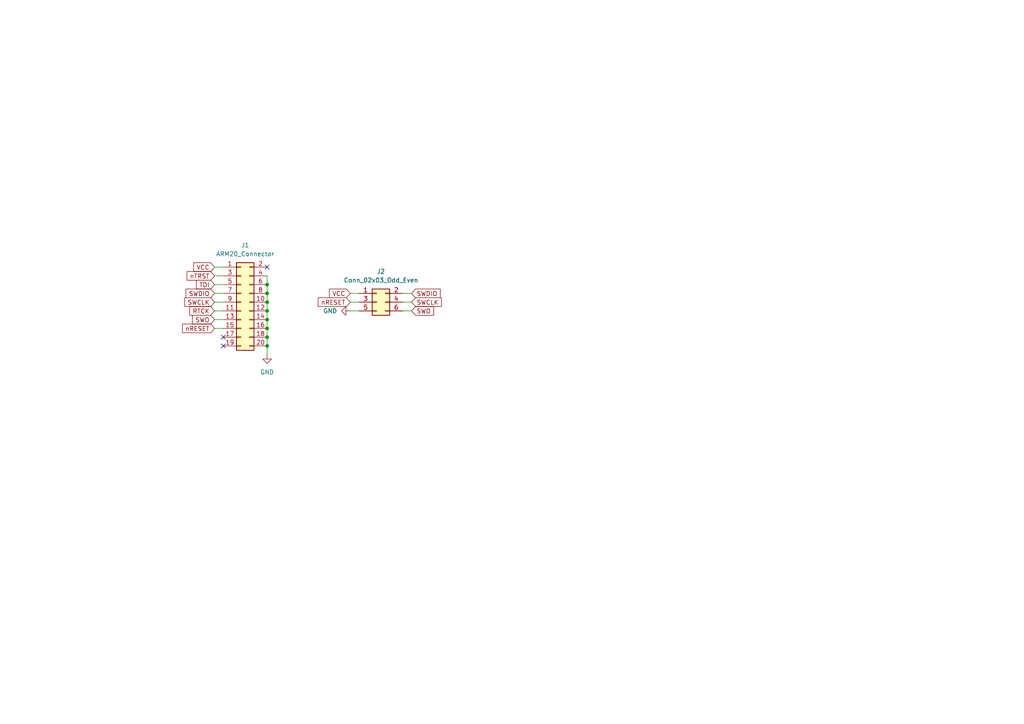
<source format=kicad_sch>
(kicad_sch (version 20211123) (generator eeschema)
  (paper "A4")
  (lib_symbols
    (symbol "Connector_Generic:Conn_02x03_Odd_Even" (pin_names (offset 1.016) hide)
      (property "Reference" "J" (at 1.27 5.08 0))
      (property "Value" "Conn_02x03_Odd_Even" (at 1.27 -5.08 0))
      (symbol "Conn_02x03_Odd_Even_1_1"
        (rectangle (start -1.27 -2.413) (end 0 -2.667) (stroke (width 0.1524)))
        (rectangle (start -1.27 0.127) (end 0 -0.127) (stroke (width 0.1524)))
        (rectangle (start -1.27 2.667) (end 0 2.413) (stroke (width 0.1524)))
        (rectangle (start -1.27 3.81) (end 3.81 -3.81) (stroke (width 0.254)) (fill (type background)))
        (rectangle (start 3.81 -2.413) (end 2.54 -2.667) (stroke (width 0.1524)))
        (rectangle (start 3.81 0.127) (end 2.54 -0.127) (stroke (width 0.1524)))
        (rectangle (start 3.81 2.667) (end 2.54 2.413) (stroke (width 0.1524)))
        (pin passive line (at -5.08 2.54 0) (length 3.81) (name "Pin_1") (number "1"))
        (pin passive line (at 7.62 2.54 180) (length 3.81) (name "Pin_2") (number "2"))
        (pin passive line (at -5.08 0 0) (length 3.81) (name "Pin_3") (number "3"))
        (pin passive line (at 7.62 0 180) (length 3.81) (name "Pin_4") (number "4"))
        (pin passive line (at -5.08 -2.54 0) (length 3.81) (name "Pin_5") (number "5"))
        (pin passive line (at 7.62 -2.54 180) (length 3.81) (name "Pin_6") (number "6"))
      )
    )
    (symbol "Connector_Generic:Conn_02x10_Odd_Even" (pin_names (offset 1.016) hide)
      (property "Reference" "J" (at 1.27 12.7 0))
      (property "Value" "Conn_02x10_Odd_Even" (at 1.27 -15.24 0))
      (symbol "Conn_02x10_Odd_Even_1_1"
        (rectangle (start -1.27 -12.573) (end 0 -12.827) (stroke (width 0.1524)))
        (rectangle (start -1.27 -10.033) (end 0 -10.287) (stroke (width 0.1524)))
        (rectangle (start -1.27 -7.493) (end 0 -7.747) (stroke (width 0.1524)))
        (rectangle (start -1.27 -4.953) (end 0 -5.207) (stroke (width 0.1524)))
        (rectangle (start -1.27 -2.413) (end 0 -2.667) (stroke (width 0.1524)))
        (rectangle (start -1.27 0.127) (end 0 -0.127) (stroke (width 0.1524)))
        (rectangle (start -1.27 2.667) (end 0 2.413) (stroke (width 0.1524)))
        (rectangle (start -1.27 5.207) (end 0 4.953) (stroke (width 0.1524)))
        (rectangle (start -1.27 7.747) (end 0 7.493) (stroke (width 0.1524)))
        (rectangle (start -1.27 10.287) (end 0 10.033) (stroke (width 0.1524)))
        (rectangle (start -1.27 11.43) (end 3.81 -13.97) (stroke (width 0.254)) (fill (type background)))
        (rectangle (start 3.81 -12.573) (end 2.54 -12.827) (stroke (width 0.1524)))
        (rectangle (start 3.81 -10.033) (end 2.54 -10.287) (stroke (width 0.1524)))
        (rectangle (start 3.81 -7.493) (end 2.54 -7.747) (stroke (width 0.1524)))
        (rectangle (start 3.81 -4.953) (end 2.54 -5.207) (stroke (width 0.1524)))
        (rectangle (start 3.81 -2.413) (end 2.54 -2.667) (stroke (width 0.1524)))
        (rectangle (start 3.81 0.127) (end 2.54 -0.127) (stroke (width 0.1524)))
        (rectangle (start 3.81 2.667) (end 2.54 2.413) (stroke (width 0.1524)))
        (rectangle (start 3.81 5.207) (end 2.54 4.953) (stroke (width 0.1524)))
        (rectangle (start 3.81 7.747) (end 2.54 7.493) (stroke (width 0.1524)))
        (rectangle (start 3.81 10.287) (end 2.54 10.033) (stroke (width 0.1524)))
        (pin passive line (at -5.08 10.16 0) (length 3.81) (name "Pin_1") (number "1"))
        (pin passive line (at 7.62 0 180) (length 3.81) (name "Pin_10") (number "10"))
        (pin passive line (at -5.08 -2.54 0) (length 3.81) (name "Pin_11") (number "11"))
        (pin passive line (at 7.62 -2.54 180) (length 3.81) (name "Pin_12") (number "12"))
        (pin passive line (at -5.08 -5.08 0) (length 3.81) (name "Pin_13") (number "13"))
        (pin passive line (at 7.62 -5.08 180) (length 3.81) (name "Pin_14") (number "14"))
        (pin passive line (at -5.08 -7.62 0) (length 3.81) (name "Pin_15") (number "15"))
        (pin passive line (at 7.62 -7.62 180) (length 3.81) (name "Pin_16") (number "16"))
        (pin passive line (at -5.08 -10.16 0) (length 3.81) (name "Pin_17") (number "17"))
        (pin passive line (at 7.62 -10.16 180) (length 3.81) (name "Pin_18") (number "18"))
        (pin passive line (at -5.08 -12.7 0) (length 3.81) (name "Pin_19") (number "19"))
        (pin passive line (at 7.62 10.16 180) (length 3.81) (name "Pin_2") (number "2"))
        (pin passive line (at 7.62 -12.7 180) (length 3.81) (name "Pin_20") (number "20"))
        (pin passive line (at -5.08 7.62 0) (length 3.81) (name "Pin_3") (number "3"))
        (pin passive line (at 7.62 7.62 180) (length 3.81) (name "Pin_4") (number "4"))
        (pin passive line (at -5.08 5.08 0) (length 3.81) (name "Pin_5") (number "5"))
        (pin passive line (at 7.62 5.08 180) (length 3.81) (name "Pin_6") (number "6"))
        (pin passive line (at -5.08 2.54 0) (length 3.81) (name "Pin_7") (number "7"))
        (pin passive line (at 7.62 2.54 180) (length 3.81) (name "Pin_8") (number "8"))
        (pin passive line (at -5.08 0 0) (length 3.81) (name "Pin_9") (number "9"))
      )
    )
    (symbol "power:GND" (power) (pin_names (offset 0))
      (property "Value" "GND" (at 0 -3.81 0))
      (symbol "GND_0_1"
        (polyline (pts (xy 0 0) (xy 0 -1.27) (xy 1.27 -1.27) (xy 0 -2.54) (xy -1.27 -1.27) (xy 0 -1.27)))
      )
      (symbol "GND_1_1"
        (pin power_in line (at 0 0 270) (length 0) hide (name "GND") (number "1"))
      )
    )
  )
  (junction (at 77.47 95.25))
  (junction (at 77.47 90.17))
  (junction (at 77.47 87.63))
  (junction (at 77.47 82.55))
  (junction (at 77.47 100.33))
  (junction (at 77.47 92.71))
  (junction (at 77.47 85.09))
  (junction (at 77.47 97.79))
  (no_connect (at 64.77 100.33))
  (no_connect (at 64.77 97.79))
  (no_connect (at 77.47 77.47))
  (wire (pts (xy 77.47 95.25) (xy 77.47 97.79)))
  (wire (pts (xy 77.47 100.33) (xy 77.47 102.87)))
  (wire (pts (xy 77.47 92.71) (xy 77.47 95.25)))
  (wire (pts (xy 62.23 77.47) (xy 64.77 77.47)))
  (wire (pts (xy 62.23 92.71) (xy 64.77 92.71)))
  (wire (pts (xy 101.6 87.63) (xy 104.14 87.63)))
  (wire (pts (xy 116.84 87.63) (xy 119.38 87.63)))
  (wire (pts (xy 62.23 80.01) (xy 64.77 80.01)))
  (wire (pts (xy 77.47 80.01) (xy 77.47 82.55)))
  (wire (pts (xy 116.84 90.17) (xy 119.38 90.17)))
  (wire (pts (xy 77.47 82.55) (xy 77.47 85.09)))
  (wire (pts (xy 116.84 85.09) (xy 119.38 85.09)))
  (wire (pts (xy 62.23 82.55) (xy 64.77 82.55)))
  (wire (pts (xy 101.6 90.17) (xy 104.14 90.17)))
  (wire (pts (xy 77.47 87.63) (xy 77.47 90.17)))
  (wire (pts (xy 62.23 87.63) (xy 64.77 87.63)))
  (wire (pts (xy 101.6 85.09) (xy 104.14 85.09)))
  (wire (pts (xy 77.47 85.09) (xy 77.47 87.63)))
  (wire (pts (xy 77.47 90.17) (xy 77.47 92.71)))
  (wire (pts (xy 62.23 95.25) (xy 64.77 95.25)))
  (wire (pts (xy 77.47 97.79) (xy 77.47 100.33)))
  (wire (pts (xy 62.23 85.09) (xy 64.77 85.09)))
  (wire (pts (xy 62.23 90.17) (xy 64.77 90.17)))
  (global_label "SWO" (shape input) (at 119.38 90.17 0) (property "Intersheet References" "${INTERSHEET_REFS}" (effects hide)))
  (global_label "SWDIO" (shape input) (at 62.23 85.09 180) (property "Intersheet References" "${INTERSHEET_REFS}" (effects hide)))
  (global_label "nRESET" (shape input) (at 101.6 87.63 180) (property "Intersheet References" "${INTERSHEET_REFS}" (effects hide)))
  (global_label "VCC" (shape input) (at 62.23 77.47 180) (property "Intersheet References" "${INTERSHEET_REFS}" (effects hide)))
  (global_label "VCC" (shape input) (at 101.6 85.09 180) (property "Intersheet References" "${INTERSHEET_REFS}" (effects hide)))
  (global_label "nTRST" (shape input) (at 62.23 80.01 180) (property "Intersheet References" "${INTERSHEET_REFS}" (effects hide)))
  (global_label "SWDIO" (shape input) (at 119.38 85.09 0) (property "Intersheet References" "${INTERSHEET_REFS}" (effects hide)))
  (global_label "TDI" (shape input) (at 62.23 82.55 180) (property "Intersheet References" "${INTERSHEET_REFS}" (effects hide)))
  (global_label "SWCLK" (shape input) (at 119.38 87.63 0) (property "Intersheet References" "${INTERSHEET_REFS}" (effects hide)))
  (global_label "SWO" (shape input) (at 62.23 92.71 180) (property "Intersheet References" "${INTERSHEET_REFS}" (effects hide)))
  (global_label "nRESET" (shape input) (at 62.23 95.25 180) (property "Intersheet References" "${INTERSHEET_REFS}" (effects hide)))
  (global_label "RTCK" (shape input) (at 62.23 90.17 180) (property "Intersheet References" "${INTERSHEET_REFS}" (effects hide)))
  (global_label "SWCLK" (shape input) (at 62.23 87.63 180) (property "Intersheet References" "${INTERSHEET_REFS}" (effects hide)))
  (symbol (lib_id "Connector_Generic:Conn_02x10_Odd_Even") (at 69.85 87.63 0) (unit 1)
    (property "Reference" "J1" (at 71.12 71.12 0))
    (property "Value" "ARM20_Connector" (at 71.12 73.66 0))
    (property "Footprint" "Connector_IDC:IDC-Header_2x10_P2.54mm_Vertical" (effects hide))
  )
  (symbol (lib_id "power:GND") (at 77.47 102.87 0) (unit 1)
    (property "Reference" "#PWR0101" (effects hide))
    (property "Value" "GND" (at 77.47 107.95 0))
  )
  (symbol (lib_id "Connector_Generic:Conn_02x03_Odd_Even") (at 109.22 87.63 0) (unit 1)
    (property "Reference" "J2" (at 110.49 78.74 0))
    (property "Value" "Conn_02x03_Odd_Even" (at 110.49 81.28 0))
    (property "Footprint" "Connector_IDC:IDC-Header_2x03_P2.54mm_Vertical" (effects hide))
  )
  (symbol (lib_id "power:GND") (at 101.6 90.17 270) (unit 1)
    (property "Reference" "#PWR0102" (effects hide))
    (property "Value" "GND" (at 97.79 90.1699 90) (effects (justify right)))
  )
)
</source>
